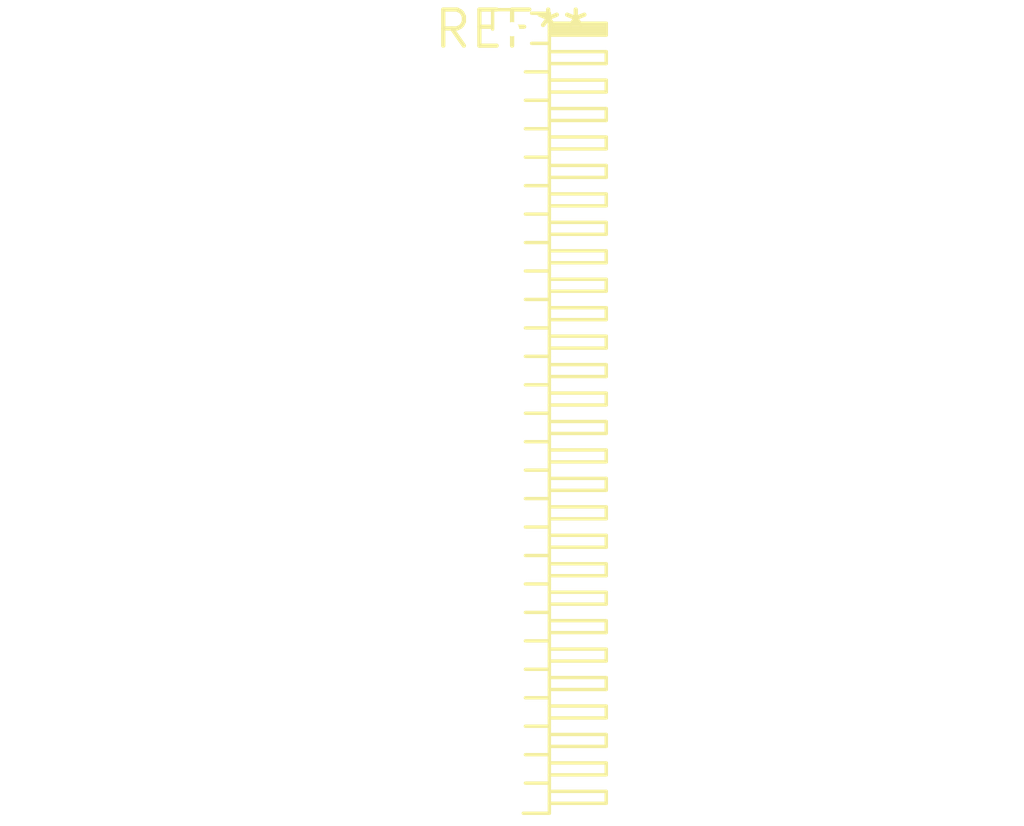
<source format=kicad_pcb>
(kicad_pcb (version 20240108) (generator pcbnew)
  (layers (0 "F.Cu" signal) (31 "B.Cu" signal) (34 "B.Paste" user) (35 "F.Paste" user) (36 "B.SilkS" user "B.Silkscreen") (37 "F.SilkS" user "F.Silkscreen") (38 "B.Mask" user) (39 "F.Mask" user) (44 "Edge.Cuts" user))
  (net 0 "")
  (footprint "PinHeader_1x28_P1.00mm_Horizontal" (layer "F.Cu") (at 0 0)
    (property "Reference" "REF**")
    (property "Value" "PinHeader_1x28_P1.00mm_Horizontal")
    (fp_line (start -0.685 -0.685) (end 0 -0.685) (layer "F.SilkS") (stroke (width 0.12)))
    (fp_line (start -0.685 0) (end -0.685 -0.685) (layer "F.SilkS") (stroke (width 0.12)))
    (fp_line (start 0.468215 1.5) (end 1.31 1.5) (layer "F.SilkS") (stroke (width 0.12)))
    (fp_line (start 0.468215 2.5) (end 1.31 2.5) (layer "F.SilkS") (stroke (width 0.12)))
    (fp_line (start 0.468215 3.5) (end 1.31 3.5) (layer "F.SilkS") (stroke (width 0.12)))
    (fp_line (start 0.468215 4.5) (end 1.31 4.5) (layer "F.SilkS") (stroke (width 0.12)))
    (fp_line (start 0.468215 5.5) (end 1.31 5.5) (layer "F.SilkS") (stroke (width 0.12)))
    (fp_line (start 0.468215 6.5) (end 1.31 6.5) (layer "F.SilkS") (stroke (width 0.12)))
    (fp_line (start 0.468215 7.5) (end 1.31 7.5) (layer "F.SilkS") (stroke (width 0.12)))
    (fp_line (start 0.468215 8.5) (end 1.31 8.5) (layer "F.SilkS") (stroke (width 0.12)))
    (fp_line (start 0.468215 9.5) (end 1.31 9.5) (layer "F.SilkS") (stroke (width 0.12)))
    (fp_line (start 0.468215 10.5) (end 1.31 10.5) (layer "F.SilkS") (stroke (width 0.12)))
    (fp_line (start 0.468215 11.5) (end 1.31 11.5) (layer "F.SilkS") (stroke (width 0.12)))
    (fp_line (start 0.468215 12.5) (end 1.31 12.5) (layer "F.SilkS") (stroke (width 0.12)))
    (fp_line (start 0.468215 13.5) (end 1.31 13.5) (layer "F.SilkS") (stroke (width 0.12)))
    (fp_line (start 0.468215 14.5) (end 1.31 14.5) (layer "F.SilkS") (stroke (width 0.12)))
    (fp_line (start 0.468215 15.5) (end 1.31 15.5) (layer "F.SilkS") (stroke (width 0.12)))
    (fp_line (start 0.468215 16.5) (end 1.31 16.5) (layer "F.SilkS") (stroke (width 0.12)))
    (fp_line (start 0.468215 17.5) (end 1.31 17.5) (layer "F.SilkS") (stroke (width 0.12)))
    (fp_line (start 0.468215 18.5) (end 1.31 18.5) (layer "F.SilkS") (stroke (width 0.12)))
    (fp_line (start 0.468215 19.5) (end 1.31 19.5) (layer "F.SilkS") (stroke (width 0.12)))
    (fp_line (start 0.468215 20.5) (end 1.31 20.5) (layer "F.SilkS") (stroke (width 0.12)))
    (fp_line (start 0.468215 21.5) (end 1.31 21.5) (layer "F.SilkS") (stroke (width 0.12)))
    (fp_line (start 0.468215 22.5) (end 1.31 22.5) (layer "F.SilkS") (stroke (width 0.12)))
    (fp_line (start 0.468215 23.5) (end 1.31 23.5) (layer "F.SilkS") (stroke (width 0.12)))
    (fp_line (start 0.468215 24.5) (end 1.31 24.5) (layer "F.SilkS") (stroke (width 0.12)))
    (fp_line (start 0.468215 25.5) (end 1.31 25.5) (layer "F.SilkS") (stroke (width 0.12)))
    (fp_line (start 0.468215 26.5) (end 1.31 26.5) (layer "F.SilkS") (stroke (width 0.12)))
    (fp_line (start 0.685 -0.56) (end 1.31 -0.56) (layer "F.SilkS") (stroke (width 0.12)))
    (fp_line (start 0.685 0.5) (end 1.31 0.5) (layer "F.SilkS") (stroke (width 0.12)))
    (fp_line (start 1.31 -0.56) (end 1.31 27.56) (layer "F.SilkS") (stroke (width 0.12)))
    (fp_line (start 1.31 -0.21) (end 3.31 -0.21) (layer "F.SilkS") (stroke (width 0.12)))
    (fp_line (start 1.31 -0.15) (end 3.31 -0.15) (layer "F.SilkS") (stroke (width 0.12)))
    (fp_line (start 1.31 -0.03) (end 3.31 -0.03) (layer "F.SilkS") (stroke (width 0.12)))
    (fp_line (start 1.31 0.09) (end 3.31 0.09) (layer "F.SilkS") (stroke (width 0.12)))
    (fp_line (start 1.31 0.79) (end 3.31 0.79) (layer "F.SilkS") (stroke (width 0.12)))
    (fp_line (start 1.31 1.79) (end 3.31 1.79) (layer "F.SilkS") (stroke (width 0.12)))
    (fp_line (start 1.31 2.79) (end 3.31 2.79) (layer "F.SilkS") (stroke (width 0.12)))
    (fp_line (start 1.31 3.79) (end 3.31 3.79) (layer "F.SilkS") (stroke (width 0.12)))
    (fp_line (start 1.31 4.79) (end 3.31 4.79) (layer "F.SilkS") (stroke (width 0.12)))
    (fp_line (start 1.31 5.79) (end 3.31 5.79) (layer "F.SilkS") (stroke (width 0.12)))
    (fp_line (start 1.31 6.79) (end 3.31 6.79) (layer "F.SilkS") (stroke (width 0.12)))
    (fp_line (start 1.31 7.79) (end 3.31 7.79) (layer "F.SilkS") (stroke (width 0.12)))
    (fp_line (start 1.31 8.79) (end 3.31 8.79) (layer "F.SilkS") (stroke (width 0.12)))
    (fp_line (start 1.31 9.79) (end 3.31 9.79) (layer "F.SilkS") (stroke (width 0.12)))
    (fp_line (start 1.31 10.79) (end 3.31 10.79) (layer "F.SilkS") (stroke (width 0.12)))
    (fp_line (start 1.31 11.79) (end 3.31 11.79) (layer "F.SilkS") (stroke (width 0.12)))
    (fp_line (start 1.31 12.79) (end 3.31 12.79) (layer "F.SilkS") (stroke (width 0.12)))
    (fp_line (start 1.31 13.79) (end 3.31 13.79) (layer "F.SilkS") (stroke (width 0.12)))
    (fp_line (start 1.31 14.79) (end 3.31 14.79) (layer "F.SilkS") (stroke (width 0.12)))
    (fp_line (start 1.31 15.79) (end 3.31 15.79) (layer "F.SilkS") (stroke (width 0.12)))
    (fp_line (start 1.31 16.79) (end 3.31 16.79) (layer "F.SilkS") (stroke (width 0.12)))
    (fp_line (start 1.31 17.79) (end 3.31 17.79) (layer "F.SilkS") (stroke (width 0.12)))
    (fp_line (start 1.31 18.79) (end 3.31 18.79) (layer "F.SilkS") (stroke (width 0.12)))
    (fp_line (start 1.31 19.79) (end 3.31 19.79) (layer "F.SilkS") (stroke (width 0.12)))
    (fp_line (start 1.31 20.79) (end 3.31 20.79) (layer "F.SilkS") (stroke (width 0.12)))
    (fp_line (start 1.31 21.79) (end 3.31 21.79) (layer "F.SilkS") (stroke (width 0.12)))
    (fp_line (start 1.31 22.79) (end 3.31 22.79) (layer "F.SilkS") (stroke (width 0.12)))
    (fp_line (start 1.31 23.79) (end 3.31 23.79) (layer "F.SilkS") (stroke (width 0.12)))
    (fp_line (start 1.31 24.79) (end 3.31 24.79) (layer "F.SilkS") (stroke (width 0.12)))
    (fp_line (start 1.31 25.79) (end 3.31 25.79) (layer "F.SilkS") (stroke (width 0.12)))
    (fp_line (start 1.31 26.79) (end 3.31 26.79) (layer "F.SilkS") (stroke (width 0.12)))
    (fp_line (start 1.31 27.56) (end 0.394493 27.56) (layer "F.SilkS") (stroke (width 0.12)))
    (fp_line (start 3.31 -0.21) (end 3.31 0.21) (layer "F.SilkS") (stroke (width 0.12)))
    (fp_line (start 3.31 0.21) (end 1.31 0.21) (layer "F.SilkS") (stroke (width 0.12)))
    (fp_line (start 3.31 0.79) (end 3.31 1.21) (layer "F.SilkS") (stroke (width 0.12)))
    (fp_line (start 3.31 1.21) (end 1.31 1.21) (layer "F.SilkS") (stroke (width 0.12)))
    (fp_line (start 3.31 1.79) (end 3.31 2.21) (layer "F.SilkS") (stroke (width 0.12)))
    (fp_line (start 3.31 2.21) (end 1.31 2.21) (layer "F.SilkS") (stroke (width 0.12)))
    (fp_line (start 3.31 2.79) (end 3.31 3.21) (layer "F.SilkS") (stroke (width 0.12)))
    (fp_line (start 3.31 3.21) (end 1.31 3.21) (layer "F.SilkS") (stroke (width 0.12)))
    (fp_line (start 3.31 3.79) (end 3.31 4.21) (layer "F.SilkS") (stroke (width 0.12)))
    (fp_line (start 3.31 4.21) (end 1.31 4.21) (layer "F.SilkS") (stroke (width 0.12)))
    (fp_line (start 3.31 4.79) (end 3.31 5.21) (layer "F.SilkS") (stroke (width 0.12)))
    (fp_line (start 3.31 5.21) (end 1.31 5.21) (layer "F.SilkS") (stroke (width 0.12)))
    (fp_line (start 3.31 5.79) (end 3.31 6.21) (layer "F.SilkS") (stroke (width 0.12)))
    (fp_line (start 3.31 6.21) (end 1.31 6.21) (layer "F.SilkS") (stroke (width 0.12)))
    (fp_line (start 3.31 6.79) (end 3.31 7.21) (layer "F.SilkS") (stroke (width 0.12)))
    (fp_line (start 3.31 7.21) (end 1.31 7.21) (layer "F.SilkS") (stroke (width 0.12)))
    (fp_line (start 3.31 7.79) (end 3.31 8.21) (layer "F.SilkS") (stroke (width 0.12)))
    (fp_line (start 3.31 8.21) (end 1.31 8.21) (layer "F.SilkS") (stroke (width 0.12)))
    (fp_line (start 3.31 8.79) (end 3.31 9.21) (layer "F.SilkS") (stroke (width 0.12)))
    (fp_line (start 3.31 9.21) (end 1.31 9.21) (layer "F.SilkS") (stroke (width 0.12)))
    (fp_line (start 3.31 9.79) (end 3.31 10.21) (layer "F.SilkS") (stroke (width 0.12)))
    (fp_line (start 3.31 10.21) (end 1.31 10.21) (layer "F.SilkS") (stroke (width 0.12)))
    (fp_line (start 3.31 10.79) (end 3.31 11.21) (layer "F.SilkS") (stroke (width 0.12)))
    (fp_line (start 3.31 11.21) (end 1.31 11.21) (layer "F.SilkS") (stroke (width 0.12)))
    (fp_line (start 3.31 11.79) (end 3.31 12.21) (layer "F.SilkS") (stroke (width 0.12)))
    (fp_line (start 3.31 12.21) (end 1.31 12.21) (layer "F.SilkS") (stroke (width 0.12)))
    (fp_line (start 3.31 12.79) (end 3.31 13.21) (layer "F.SilkS") (stroke (width 0.12)))
    (fp_line (start 3.31 13.21) (end 1.31 13.21) (layer "F.SilkS") (stroke (width 0.12)))
    (fp_line (start 3.31 13.79) (end 3.31 14.21) (layer "F.SilkS") (stroke (width 0.12)))
    (fp_line (start 3.31 14.21) (end 1.31 14.21) (layer "F.SilkS") (stroke (width 0.12)))
    (fp_line (start 3.31 14.79) (end 3.31 15.21) (layer "F.SilkS") (stroke (width 0.12)))
    (fp_line (start 3.31 15.21) (end 1.31 15.21) (layer "F.SilkS") (stroke (width 0.12)))
    (fp_line (start 3.31 15.79) (end 3.31 16.21) (layer "F.SilkS") (stroke (width 0.12)))
    (fp_line (start 3.31 16.21) (end 1.31 16.21) (layer "F.SilkS") (stroke (width 0.12)))
    (fp_line (start 3.31 16.79) (end 3.31 17.21) (layer "F.SilkS") (stroke (width 0.12)))
    (fp_line (start 3.31 17.21) (end 1.31 17.21) (layer "F.SilkS") (stroke (width 0.12)))
    (fp_line (start 3.31 17.79) (end 3.31 18.21) (layer "F.SilkS") (stroke (width 0.12)))
    (fp_line (start 3.31 18.21) (end 1.31 18.21) (layer "F.SilkS") (stroke (width 0.12)))
    (fp_line (start 3.31 18.79) (end 3.31 19.21) (layer "F.SilkS") (stroke (width 0.12)))
    (fp_line (start 3.31 19.21) (end 1.31 19.21) (layer "F.SilkS") (stroke (width 0.12)))
    (fp_line (start 3.31 19.79) (end 3.31 20.21) (layer "F.SilkS") (stroke (width 0.12)))
    (fp_line (start 3.31 20.21) (end 1.31 20.21) (layer "F.SilkS") (stroke (width 0.12)))
    (fp_line (start 3.31 20.79) (end 3.31 21.21) (layer "F.SilkS") (stroke (width 0.12)))
    (fp_line (start 3.31 21.21) (end 1.31 21.21) (layer "F.SilkS") (stroke (width 0.12)))
    (fp_line (start 3.31 21.79) (end 3.31 22.21) (layer "F.SilkS") (stroke (width 0.12)))
    (fp_line (start 3.31 22.21) (end 1.31 22.21) (layer "F.SilkS") (stroke (width 0.12)))
    (fp_line (start 3.31 22.79) (end 3.31 23.21) (layer "F.SilkS") (stroke (width 0.12)))
    (fp_line (start 3.31 23.21) (end 1.31 23.21) (layer "F.SilkS") (stroke (width 0.12)))
    (fp_line (start 3.31 23.79) (end 3.31 24.21) (layer "F.SilkS") (stroke (width 0.12)))
    (fp_line (start 3.31 24.21) (end 1.31 24.21) (layer "F.SilkS") (stroke (width 0.12)))
    (fp_line (start 3.31 24.79) (end 3.31 25.21) (layer "F.SilkS") (stroke (width 0.12)))
    (fp_line (start 3.31 25.21) (end 1.31 25.21) (layer "F.SilkS") (stroke (width 0.12)))
    (fp_line (start 3.31 25.79) (end 3.31 26.21) (layer "F.SilkS") (stroke (width 0.12)))
    (fp_line (start 3.31 26.21) (end 1.31 26.21) (layer "F.SilkS") (stroke (width 0.12)))
    (fp_line (start 3.31 26.79) (end 3.31 27.21) (layer "F.SilkS") (stroke (width 0.12)))
    (fp_line (start 3.31 27.21) (end 1.31 27.21) (layer "F.SilkS") (stroke (width 0.12)))
    (pad "1" thru_hole rect (at 0 0) (size 0.85 0.85) (drill 0.5) (layers *.Cu *.Mask) (remove_unused_layers))
    (pad "2" thru_hole oval (at 0 1) (size 0.85 0.85) (drill 0.5) (layers *.Cu *.Mask) (remove_unused_layers))
    (pad "3" thru_hole oval (at 0 2) (size 0.85 0.85) (drill 0.5) (layers *.Cu *.Mask) (remove_unused_layers))
    (pad "4" thru_hole oval (at 0 3) (size 0.85 0.85) (drill 0.5) (layers *.Cu *.Mask) (remove_unused_layers))
    (pad "5" thru_hole oval (at 0 4) (size 0.85 0.85) (drill 0.5) (layers *.Cu *.Mask) (remove_unused_layers))
    (pad "6" thru_hole oval (at 0 5) (size 0.85 0.85) (drill 0.5) (layers *.Cu *.Mask) (remove_unused_layers))
    (pad "7" thru_hole oval (at 0 6) (size 0.85 0.85) (drill 0.5) (layers *.Cu *.Mask) (remove_unused_layers))
    (pad "8" thru_hole oval (at 0 7) (size 0.85 0.85) (drill 0.5) (layers *.Cu *.Mask) (remove_unused_layers))
    (pad "9" thru_hole oval (at 0 8) (size 0.85 0.85) (drill 0.5) (layers *.Cu *.Mask) (remove_unused_layers))
    (pad "10" thru_hole oval (at 0 9) (size 0.85 0.85) (drill 0.5) (layers *.Cu *.Mask) (remove_unused_layers))
    (pad "11" thru_hole oval (at 0 10) (size 0.85 0.85) (drill 0.5) (layers *.Cu *.Mask) (remove_unused_layers))
    (pad "12" thru_hole oval (at 0 11) (size 0.85 0.85) (drill 0.5) (layers *.Cu *.Mask) (remove_unused_layers))
    (pad "13" thru_hole oval (at 0 12) (size 0.85 0.85) (drill 0.5) (layers *.Cu *.Mask) (remove_unused_layers))
    (pad "14" thru_hole oval (at 0 13) (size 0.85 0.85) (drill 0.5) (layers *.Cu *.Mask) (remove_unused_layers))
    (pad "15" thru_hole oval (at 0 14) (size 0.85 0.85) (drill 0.5) (layers *.Cu *.Mask) (remove_unused_layers))
    (pad "16" thru_hole oval (at 0 15) (size 0.85 0.85) (drill 0.5) (layers *.Cu *.Mask) (remove_unused_layers))
    (pad "17" thru_hole oval (at 0 16) (size 0.85 0.85) (drill 0.5) (layers *.Cu *.Mask) (remove_unused_layers))
    (pad "18" thru_hole oval (at 0 17) (size 0.85 0.85) (drill 0.5) (layers *.Cu *.Mask) (remove_unused_layers))
    (pad "19" thru_hole oval (at 0 18) (size 0.85 0.85) (drill 0.5) (layers *.Cu *.Mask) (remove_unused_layers))
    (pad "20" thru_hole oval (at 0 19) (size 0.85 0.85) (drill 0.5) (layers *.Cu *.Mask) (remove_unused_layers))
    (pad "21" thru_hole oval (at 0 20) (size 0.85 0.85) (drill 0.5) (layers *.Cu *.Mask) (remove_unused_layers))
    (pad "22" thru_hole oval (at 0 21) (size 0.85 0.85) (drill 0.5) (layers *.Cu *.Mask) (remove_unused_layers))
    (pad "23" thru_hole oval (at 0 22) (size 0.85 0.85) (drill 0.5) (layers *.Cu *.Mask) (remove_unused_layers))
    (pad "24" thru_hole oval (at 0 23) (size 0.85 0.85) (drill 0.5) (layers *.Cu *.Mask) (remove_unused_layers))
    (pad "25" thru_hole oval (at 0 24) (size 0.85 0.85) (drill 0.5) (layers *.Cu *.Mask) (remove_unused_layers))
    (pad "26" thru_hole oval (at 0 25) (size 0.85 0.85) (drill 0.5) (layers *.Cu *.Mask) (remove_unused_layers))
    (pad "27" thru_hole oval (at 0 26) (size 0.85 0.85) (drill 0.5) (layers *.Cu *.Mask) (remove_unused_layers))
    (pad "28" thru_hole oval (at 0 27) (size 0.85 0.85) (drill 0.5) (layers *.Cu *.Mask) (remove_unused_layers))
  )
)
</source>
